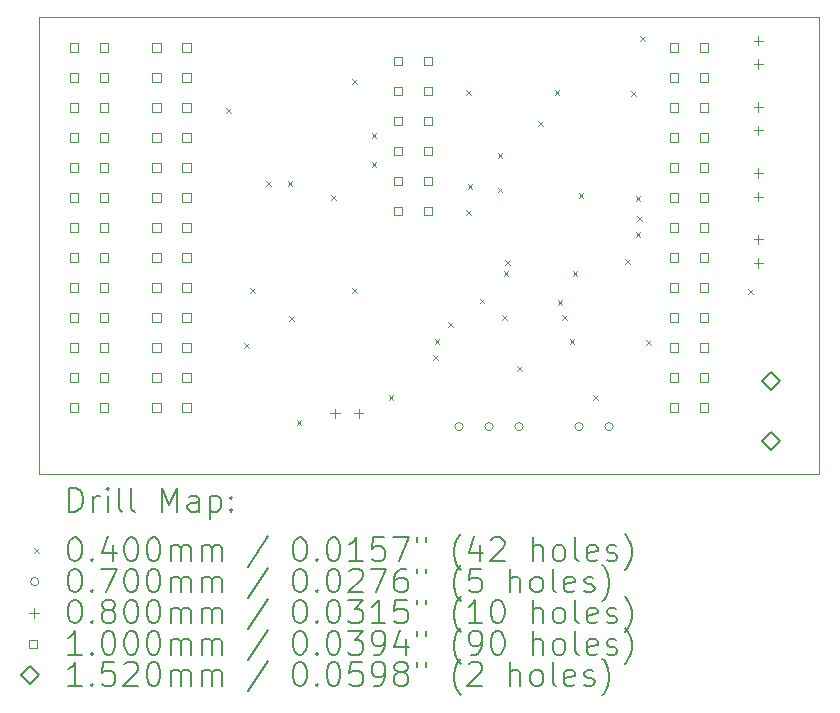
<source format=gbr>
%TF.GenerationSoftware,KiCad,Pcbnew,6.0.11-2627ca5db0~126~ubuntu20.04.1*%
%TF.CreationDate,2024-05-07T13:56:00-06:00*%
%TF.ProjectId,red-pitaya-pwm-shield,7265642d-7069-4746-9179-612d70776d2d,rev?*%
%TF.SameCoordinates,Original*%
%TF.FileFunction,Drillmap*%
%TF.FilePolarity,Positive*%
%FSLAX45Y45*%
G04 Gerber Fmt 4.5, Leading zero omitted, Abs format (unit mm)*
G04 Created by KiCad (PCBNEW 6.0.11-2627ca5db0~126~ubuntu20.04.1) date 2024-05-07 13:56:00*
%MOMM*%
%LPD*%
G01*
G04 APERTURE LIST*
%ADD10C,0.100000*%
%ADD11C,0.200000*%
%ADD12C,0.040000*%
%ADD13C,0.070000*%
%ADD14C,0.080000*%
%ADD15C,0.152000*%
G04 APERTURE END LIST*
D10*
X4572000Y-6223000D02*
X11176000Y-6223000D01*
X11176000Y-6223000D02*
X11176000Y-10091420D01*
X11176000Y-10091420D02*
X4572000Y-10091420D01*
X4572000Y-10091420D02*
X4572000Y-6223000D01*
D11*
D12*
X6152200Y-6990400D02*
X6192200Y-7030400D01*
X6192200Y-6990400D02*
X6152200Y-7030400D01*
X6304600Y-8984300D02*
X6344600Y-9024300D01*
X6344600Y-8984300D02*
X6304600Y-9024300D01*
X6355400Y-8514400D02*
X6395400Y-8554400D01*
X6395400Y-8514400D02*
X6355400Y-8554400D01*
X6489450Y-7612700D02*
X6529450Y-7652700D01*
X6529450Y-7612700D02*
X6489450Y-7652700D01*
X6674350Y-7612700D02*
X6714350Y-7652700D01*
X6714350Y-7612700D02*
X6674350Y-7652700D01*
X6685600Y-8755700D02*
X6725600Y-8795700D01*
X6725600Y-8755700D02*
X6685600Y-8795700D01*
X6749100Y-9632000D02*
X6789100Y-9672000D01*
X6789100Y-9632000D02*
X6749100Y-9672000D01*
X7041200Y-7727000D02*
X7081200Y-7767000D01*
X7081200Y-7727000D02*
X7041200Y-7767000D01*
X7219000Y-6749100D02*
X7259000Y-6789100D01*
X7259000Y-6749100D02*
X7219000Y-6789100D01*
X7219000Y-8514400D02*
X7259000Y-8554400D01*
X7259000Y-8514400D02*
X7219000Y-8554400D01*
X7384100Y-7206300D02*
X7424100Y-7246300D01*
X7424100Y-7206300D02*
X7384100Y-7246300D01*
X7384100Y-7447600D02*
X7424100Y-7487600D01*
X7424100Y-7447600D02*
X7384100Y-7487600D01*
X7528880Y-9421180D02*
X7568880Y-9461180D01*
X7568880Y-9421180D02*
X7528880Y-9461180D01*
X7904800Y-9085900D02*
X7944800Y-9125900D01*
X7944800Y-9085900D02*
X7904800Y-9125900D01*
X7917500Y-8946200D02*
X7957500Y-8986200D01*
X7957500Y-8946200D02*
X7917500Y-8986200D01*
X8031800Y-8806500D02*
X8071800Y-8846500D01*
X8071800Y-8806500D02*
X8031800Y-8846500D01*
X8184200Y-6838000D02*
X8224200Y-6878000D01*
X8224200Y-6838000D02*
X8184200Y-6878000D01*
X8184200Y-7854000D02*
X8224200Y-7894000D01*
X8224200Y-7854000D02*
X8184200Y-7894000D01*
X8196900Y-7638100D02*
X8236900Y-7678100D01*
X8236900Y-7638100D02*
X8196900Y-7678100D01*
X8298500Y-8604725D02*
X8338500Y-8644725D01*
X8338500Y-8604725D02*
X8298500Y-8644725D01*
X8450481Y-7663931D02*
X8490481Y-7703931D01*
X8490481Y-7663931D02*
X8450481Y-7703931D01*
X8450900Y-7371400D02*
X8490900Y-7411400D01*
X8490900Y-7371400D02*
X8450900Y-7411400D01*
X8489000Y-8743000D02*
X8529000Y-8783000D01*
X8529000Y-8743000D02*
X8489000Y-8783000D01*
X8501700Y-8374700D02*
X8541700Y-8414700D01*
X8541700Y-8374700D02*
X8501700Y-8414700D01*
X8515835Y-8275754D02*
X8555835Y-8315754D01*
X8555835Y-8275754D02*
X8515835Y-8315754D01*
X8616000Y-9174800D02*
X8656000Y-9214800D01*
X8656000Y-9174800D02*
X8616000Y-9214800D01*
X8793800Y-7104700D02*
X8833800Y-7144700D01*
X8833800Y-7104700D02*
X8793800Y-7144700D01*
X8933500Y-6838000D02*
X8973500Y-6878000D01*
X8973500Y-6838000D02*
X8933500Y-6878000D01*
X8958900Y-8620408D02*
X8998900Y-8660408D01*
X8998900Y-8620408D02*
X8958900Y-8660408D01*
X8997000Y-8743000D02*
X9037000Y-8783000D01*
X9037000Y-8743000D02*
X8997000Y-8783000D01*
X9060500Y-8946200D02*
X9100500Y-8986200D01*
X9100500Y-8946200D02*
X9060500Y-8986200D01*
X9085900Y-8374700D02*
X9125900Y-8414700D01*
X9125900Y-8374700D02*
X9085900Y-8414700D01*
X9136700Y-7714300D02*
X9176700Y-7754300D01*
X9176700Y-7714300D02*
X9136700Y-7754300D01*
X9261160Y-9423720D02*
X9301160Y-9463720D01*
X9301160Y-9423720D02*
X9261160Y-9463720D01*
X9530400Y-8273100D02*
X9570400Y-8313100D01*
X9570400Y-8273100D02*
X9530400Y-8313100D01*
X9581200Y-6850700D02*
X9621200Y-6890700D01*
X9621200Y-6850700D02*
X9581200Y-6890700D01*
X9619300Y-7739700D02*
X9659300Y-7779700D01*
X9659300Y-7739700D02*
X9619300Y-7779700D01*
X9619300Y-8044500D02*
X9659300Y-8084500D01*
X9659300Y-8044500D02*
X9619300Y-8084500D01*
X9632000Y-7904800D02*
X9672000Y-7944800D01*
X9672000Y-7904800D02*
X9632000Y-7944800D01*
X9657400Y-6380800D02*
X9697400Y-6420800D01*
X9697400Y-6380800D02*
X9657400Y-6420800D01*
X9708200Y-8958900D02*
X9748200Y-8998900D01*
X9748200Y-8958900D02*
X9708200Y-8998900D01*
X10574340Y-8524560D02*
X10614340Y-8564560D01*
X10614340Y-8524560D02*
X10574340Y-8564560D01*
D13*
X8159250Y-9688250D02*
G75*
G03*
X8159250Y-9688250I-35000J0D01*
G01*
X8413250Y-9688250D02*
G75*
G03*
X8413250Y-9688250I-35000J0D01*
G01*
X8667250Y-9688250D02*
G75*
G03*
X8667250Y-9688250I-35000J0D01*
G01*
X9175250Y-9688250D02*
G75*
G03*
X9175250Y-9688250I-35000J0D01*
G01*
X9429250Y-9688250D02*
G75*
G03*
X9429250Y-9688250I-35000J0D01*
G01*
D14*
X7073900Y-9535800D02*
X7073900Y-9615800D01*
X7033900Y-9575800D02*
X7113900Y-9575800D01*
X7273900Y-9535800D02*
X7273900Y-9615800D01*
X7233900Y-9575800D02*
X7313900Y-9575800D01*
X10657840Y-6379589D02*
X10657840Y-6459589D01*
X10617840Y-6419589D02*
X10697840Y-6419589D01*
X10657840Y-6579589D02*
X10657840Y-6659589D01*
X10617840Y-6619589D02*
X10697840Y-6619589D01*
X10657840Y-6940592D02*
X10657840Y-7020592D01*
X10617840Y-6980592D02*
X10697840Y-6980592D01*
X10657840Y-7140592D02*
X10657840Y-7220592D01*
X10617840Y-7180592D02*
X10697840Y-7180592D01*
X10657840Y-7501596D02*
X10657840Y-7581596D01*
X10617840Y-7541596D02*
X10697840Y-7541596D01*
X10657840Y-7701596D02*
X10657840Y-7781596D01*
X10617840Y-7741596D02*
X10697840Y-7741596D01*
X10657840Y-8062600D02*
X10657840Y-8142600D01*
X10617840Y-8102600D02*
X10697840Y-8102600D01*
X10657840Y-8262600D02*
X10657840Y-8342600D01*
X10617840Y-8302600D02*
X10697840Y-8302600D01*
D10*
X4899356Y-6512356D02*
X4899356Y-6441644D01*
X4828644Y-6441644D01*
X4828644Y-6512356D01*
X4899356Y-6512356D01*
X4899356Y-6766356D02*
X4899356Y-6695644D01*
X4828644Y-6695644D01*
X4828644Y-6766356D01*
X4899356Y-6766356D01*
X4899356Y-7020356D02*
X4899356Y-6949644D01*
X4828644Y-6949644D01*
X4828644Y-7020356D01*
X4899356Y-7020356D01*
X4899356Y-7274356D02*
X4899356Y-7203644D01*
X4828644Y-7203644D01*
X4828644Y-7274356D01*
X4899356Y-7274356D01*
X4899356Y-7528356D02*
X4899356Y-7457644D01*
X4828644Y-7457644D01*
X4828644Y-7528356D01*
X4899356Y-7528356D01*
X4899356Y-7782356D02*
X4899356Y-7711644D01*
X4828644Y-7711644D01*
X4828644Y-7782356D01*
X4899356Y-7782356D01*
X4899356Y-8036356D02*
X4899356Y-7965644D01*
X4828644Y-7965644D01*
X4828644Y-8036356D01*
X4899356Y-8036356D01*
X4899356Y-8290356D02*
X4899356Y-8219644D01*
X4828644Y-8219644D01*
X4828644Y-8290356D01*
X4899356Y-8290356D01*
X4899356Y-8544356D02*
X4899356Y-8473644D01*
X4828644Y-8473644D01*
X4828644Y-8544356D01*
X4899356Y-8544356D01*
X4899356Y-8798356D02*
X4899356Y-8727644D01*
X4828644Y-8727644D01*
X4828644Y-8798356D01*
X4899356Y-8798356D01*
X4899356Y-9052356D02*
X4899356Y-8981644D01*
X4828644Y-8981644D01*
X4828644Y-9052356D01*
X4899356Y-9052356D01*
X4899356Y-9306356D02*
X4899356Y-9235644D01*
X4828644Y-9235644D01*
X4828644Y-9306356D01*
X4899356Y-9306356D01*
X4899356Y-9560356D02*
X4899356Y-9489644D01*
X4828644Y-9489644D01*
X4828644Y-9560356D01*
X4899356Y-9560356D01*
X5153356Y-6512356D02*
X5153356Y-6441644D01*
X5082644Y-6441644D01*
X5082644Y-6512356D01*
X5153356Y-6512356D01*
X5153356Y-6766356D02*
X5153356Y-6695644D01*
X5082644Y-6695644D01*
X5082644Y-6766356D01*
X5153356Y-6766356D01*
X5153356Y-7020356D02*
X5153356Y-6949644D01*
X5082644Y-6949644D01*
X5082644Y-7020356D01*
X5153356Y-7020356D01*
X5153356Y-7274356D02*
X5153356Y-7203644D01*
X5082644Y-7203644D01*
X5082644Y-7274356D01*
X5153356Y-7274356D01*
X5153356Y-7528356D02*
X5153356Y-7457644D01*
X5082644Y-7457644D01*
X5082644Y-7528356D01*
X5153356Y-7528356D01*
X5153356Y-7782356D02*
X5153356Y-7711644D01*
X5082644Y-7711644D01*
X5082644Y-7782356D01*
X5153356Y-7782356D01*
X5153356Y-8036356D02*
X5153356Y-7965644D01*
X5082644Y-7965644D01*
X5082644Y-8036356D01*
X5153356Y-8036356D01*
X5153356Y-8290356D02*
X5153356Y-8219644D01*
X5082644Y-8219644D01*
X5082644Y-8290356D01*
X5153356Y-8290356D01*
X5153356Y-8544356D02*
X5153356Y-8473644D01*
X5082644Y-8473644D01*
X5082644Y-8544356D01*
X5153356Y-8544356D01*
X5153356Y-8798356D02*
X5153356Y-8727644D01*
X5082644Y-8727644D01*
X5082644Y-8798356D01*
X5153356Y-8798356D01*
X5153356Y-9052356D02*
X5153356Y-8981644D01*
X5082644Y-8981644D01*
X5082644Y-9052356D01*
X5153356Y-9052356D01*
X5153356Y-9306356D02*
X5153356Y-9235644D01*
X5082644Y-9235644D01*
X5082644Y-9306356D01*
X5153356Y-9306356D01*
X5153356Y-9560356D02*
X5153356Y-9489644D01*
X5082644Y-9489644D01*
X5082644Y-9560356D01*
X5153356Y-9560356D01*
X5597956Y-6512356D02*
X5597956Y-6441644D01*
X5527244Y-6441644D01*
X5527244Y-6512356D01*
X5597956Y-6512356D01*
X5597956Y-6766356D02*
X5597956Y-6695644D01*
X5527244Y-6695644D01*
X5527244Y-6766356D01*
X5597956Y-6766356D01*
X5597956Y-7020356D02*
X5597956Y-6949644D01*
X5527244Y-6949644D01*
X5527244Y-7020356D01*
X5597956Y-7020356D01*
X5597956Y-7274356D02*
X5597956Y-7203644D01*
X5527244Y-7203644D01*
X5527244Y-7274356D01*
X5597956Y-7274356D01*
X5597956Y-7528356D02*
X5597956Y-7457644D01*
X5527244Y-7457644D01*
X5527244Y-7528356D01*
X5597956Y-7528356D01*
X5597956Y-7782356D02*
X5597956Y-7711644D01*
X5527244Y-7711644D01*
X5527244Y-7782356D01*
X5597956Y-7782356D01*
X5597956Y-8036356D02*
X5597956Y-7965644D01*
X5527244Y-7965644D01*
X5527244Y-8036356D01*
X5597956Y-8036356D01*
X5597956Y-8290356D02*
X5597956Y-8219644D01*
X5527244Y-8219644D01*
X5527244Y-8290356D01*
X5597956Y-8290356D01*
X5597956Y-8544356D02*
X5597956Y-8473644D01*
X5527244Y-8473644D01*
X5527244Y-8544356D01*
X5597956Y-8544356D01*
X5597956Y-8798356D02*
X5597956Y-8727644D01*
X5527244Y-8727644D01*
X5527244Y-8798356D01*
X5597956Y-8798356D01*
X5597956Y-9052356D02*
X5597956Y-8981644D01*
X5527244Y-8981644D01*
X5527244Y-9052356D01*
X5597956Y-9052356D01*
X5597956Y-9306356D02*
X5597956Y-9235644D01*
X5527244Y-9235644D01*
X5527244Y-9306356D01*
X5597956Y-9306356D01*
X5597956Y-9560356D02*
X5597956Y-9489644D01*
X5527244Y-9489644D01*
X5527244Y-9560356D01*
X5597956Y-9560356D01*
X5851956Y-6512356D02*
X5851956Y-6441644D01*
X5781244Y-6441644D01*
X5781244Y-6512356D01*
X5851956Y-6512356D01*
X5851956Y-6766356D02*
X5851956Y-6695644D01*
X5781244Y-6695644D01*
X5781244Y-6766356D01*
X5851956Y-6766356D01*
X5851956Y-7020356D02*
X5851956Y-6949644D01*
X5781244Y-6949644D01*
X5781244Y-7020356D01*
X5851956Y-7020356D01*
X5851956Y-7274356D02*
X5851956Y-7203644D01*
X5781244Y-7203644D01*
X5781244Y-7274356D01*
X5851956Y-7274356D01*
X5851956Y-7528356D02*
X5851956Y-7457644D01*
X5781244Y-7457644D01*
X5781244Y-7528356D01*
X5851956Y-7528356D01*
X5851956Y-7782356D02*
X5851956Y-7711644D01*
X5781244Y-7711644D01*
X5781244Y-7782356D01*
X5851956Y-7782356D01*
X5851956Y-8036356D02*
X5851956Y-7965644D01*
X5781244Y-7965644D01*
X5781244Y-8036356D01*
X5851956Y-8036356D01*
X5851956Y-8290356D02*
X5851956Y-8219644D01*
X5781244Y-8219644D01*
X5781244Y-8290356D01*
X5851956Y-8290356D01*
X5851956Y-8544356D02*
X5851956Y-8473644D01*
X5781244Y-8473644D01*
X5781244Y-8544356D01*
X5851956Y-8544356D01*
X5851956Y-8798356D02*
X5851956Y-8727644D01*
X5781244Y-8727644D01*
X5781244Y-8798356D01*
X5851956Y-8798356D01*
X5851956Y-9052356D02*
X5851956Y-8981644D01*
X5781244Y-8981644D01*
X5781244Y-9052356D01*
X5851956Y-9052356D01*
X5851956Y-9306356D02*
X5851956Y-9235644D01*
X5781244Y-9235644D01*
X5781244Y-9306356D01*
X5851956Y-9306356D01*
X5851956Y-9560356D02*
X5851956Y-9489644D01*
X5781244Y-9489644D01*
X5781244Y-9560356D01*
X5851956Y-9560356D01*
X7644656Y-6629156D02*
X7644656Y-6558444D01*
X7573944Y-6558444D01*
X7573944Y-6629156D01*
X7644656Y-6629156D01*
X7644656Y-6883156D02*
X7644656Y-6812444D01*
X7573944Y-6812444D01*
X7573944Y-6883156D01*
X7644656Y-6883156D01*
X7644656Y-7137156D02*
X7644656Y-7066444D01*
X7573944Y-7066444D01*
X7573944Y-7137156D01*
X7644656Y-7137156D01*
X7644656Y-7391156D02*
X7644656Y-7320444D01*
X7573944Y-7320444D01*
X7573944Y-7391156D01*
X7644656Y-7391156D01*
X7644656Y-7645156D02*
X7644656Y-7574444D01*
X7573944Y-7574444D01*
X7573944Y-7645156D01*
X7644656Y-7645156D01*
X7644656Y-7899156D02*
X7644656Y-7828444D01*
X7573944Y-7828444D01*
X7573944Y-7899156D01*
X7644656Y-7899156D01*
X7898656Y-6629156D02*
X7898656Y-6558444D01*
X7827944Y-6558444D01*
X7827944Y-6629156D01*
X7898656Y-6629156D01*
X7898656Y-6883156D02*
X7898656Y-6812444D01*
X7827944Y-6812444D01*
X7827944Y-6883156D01*
X7898656Y-6883156D01*
X7898656Y-7137156D02*
X7898656Y-7066444D01*
X7827944Y-7066444D01*
X7827944Y-7137156D01*
X7898656Y-7137156D01*
X7898656Y-7391156D02*
X7898656Y-7320444D01*
X7827944Y-7320444D01*
X7827944Y-7391156D01*
X7898656Y-7391156D01*
X7898656Y-7645156D02*
X7898656Y-7574444D01*
X7827944Y-7574444D01*
X7827944Y-7645156D01*
X7898656Y-7645156D01*
X7898656Y-7899156D02*
X7898656Y-7828444D01*
X7827944Y-7828444D01*
X7827944Y-7899156D01*
X7898656Y-7899156D01*
X9979456Y-6512356D02*
X9979456Y-6441644D01*
X9908744Y-6441644D01*
X9908744Y-6512356D01*
X9979456Y-6512356D01*
X9979456Y-6766356D02*
X9979456Y-6695644D01*
X9908744Y-6695644D01*
X9908744Y-6766356D01*
X9979456Y-6766356D01*
X9979456Y-7020356D02*
X9979456Y-6949644D01*
X9908744Y-6949644D01*
X9908744Y-7020356D01*
X9979456Y-7020356D01*
X9979456Y-7274356D02*
X9979456Y-7203644D01*
X9908744Y-7203644D01*
X9908744Y-7274356D01*
X9979456Y-7274356D01*
X9979456Y-7528356D02*
X9979456Y-7457644D01*
X9908744Y-7457644D01*
X9908744Y-7528356D01*
X9979456Y-7528356D01*
X9979456Y-7782356D02*
X9979456Y-7711644D01*
X9908744Y-7711644D01*
X9908744Y-7782356D01*
X9979456Y-7782356D01*
X9979456Y-8036356D02*
X9979456Y-7965644D01*
X9908744Y-7965644D01*
X9908744Y-8036356D01*
X9979456Y-8036356D01*
X9979456Y-8290356D02*
X9979456Y-8219644D01*
X9908744Y-8219644D01*
X9908744Y-8290356D01*
X9979456Y-8290356D01*
X9979456Y-8544356D02*
X9979456Y-8473644D01*
X9908744Y-8473644D01*
X9908744Y-8544356D01*
X9979456Y-8544356D01*
X9979456Y-8798356D02*
X9979456Y-8727644D01*
X9908744Y-8727644D01*
X9908744Y-8798356D01*
X9979456Y-8798356D01*
X9979456Y-9052356D02*
X9979456Y-8981644D01*
X9908744Y-8981644D01*
X9908744Y-9052356D01*
X9979456Y-9052356D01*
X9979456Y-9306356D02*
X9979456Y-9235644D01*
X9908744Y-9235644D01*
X9908744Y-9306356D01*
X9979456Y-9306356D01*
X9979456Y-9560356D02*
X9979456Y-9489644D01*
X9908744Y-9489644D01*
X9908744Y-9560356D01*
X9979456Y-9560356D01*
X10233456Y-6512356D02*
X10233456Y-6441644D01*
X10162744Y-6441644D01*
X10162744Y-6512356D01*
X10233456Y-6512356D01*
X10233456Y-6766356D02*
X10233456Y-6695644D01*
X10162744Y-6695644D01*
X10162744Y-6766356D01*
X10233456Y-6766356D01*
X10233456Y-7020356D02*
X10233456Y-6949644D01*
X10162744Y-6949644D01*
X10162744Y-7020356D01*
X10233456Y-7020356D01*
X10233456Y-7274356D02*
X10233456Y-7203644D01*
X10162744Y-7203644D01*
X10162744Y-7274356D01*
X10233456Y-7274356D01*
X10233456Y-7528356D02*
X10233456Y-7457644D01*
X10162744Y-7457644D01*
X10162744Y-7528356D01*
X10233456Y-7528356D01*
X10233456Y-7782356D02*
X10233456Y-7711644D01*
X10162744Y-7711644D01*
X10162744Y-7782356D01*
X10233456Y-7782356D01*
X10233456Y-8036356D02*
X10233456Y-7965644D01*
X10162744Y-7965644D01*
X10162744Y-8036356D01*
X10233456Y-8036356D01*
X10233456Y-8290356D02*
X10233456Y-8219644D01*
X10162744Y-8219644D01*
X10162744Y-8290356D01*
X10233456Y-8290356D01*
X10233456Y-8544356D02*
X10233456Y-8473644D01*
X10162744Y-8473644D01*
X10162744Y-8544356D01*
X10233456Y-8544356D01*
X10233456Y-8798356D02*
X10233456Y-8727644D01*
X10162744Y-8727644D01*
X10162744Y-8798356D01*
X10233456Y-8798356D01*
X10233456Y-9052356D02*
X10233456Y-8981644D01*
X10162744Y-8981644D01*
X10162744Y-9052356D01*
X10233456Y-9052356D01*
X10233456Y-9306356D02*
X10233456Y-9235644D01*
X10162744Y-9235644D01*
X10162744Y-9306356D01*
X10233456Y-9306356D01*
X10233456Y-9560356D02*
X10233456Y-9489644D01*
X10162744Y-9489644D01*
X10162744Y-9560356D01*
X10233456Y-9560356D01*
D15*
X10764520Y-9374940D02*
X10840520Y-9298940D01*
X10764520Y-9222940D01*
X10688520Y-9298940D01*
X10764520Y-9374940D01*
X10764520Y-9882940D02*
X10840520Y-9806940D01*
X10764520Y-9730940D01*
X10688520Y-9806940D01*
X10764520Y-9882940D01*
D11*
X4824619Y-10406896D02*
X4824619Y-10206896D01*
X4872238Y-10206896D01*
X4900810Y-10216420D01*
X4919857Y-10235468D01*
X4929381Y-10254515D01*
X4938905Y-10292610D01*
X4938905Y-10321182D01*
X4929381Y-10359277D01*
X4919857Y-10378325D01*
X4900810Y-10397372D01*
X4872238Y-10406896D01*
X4824619Y-10406896D01*
X5024619Y-10406896D02*
X5024619Y-10273563D01*
X5024619Y-10311658D02*
X5034143Y-10292610D01*
X5043667Y-10283087D01*
X5062714Y-10273563D01*
X5081762Y-10273563D01*
X5148429Y-10406896D02*
X5148429Y-10273563D01*
X5148429Y-10206896D02*
X5138905Y-10216420D01*
X5148429Y-10225944D01*
X5157952Y-10216420D01*
X5148429Y-10206896D01*
X5148429Y-10225944D01*
X5272238Y-10406896D02*
X5253190Y-10397372D01*
X5243667Y-10378325D01*
X5243667Y-10206896D01*
X5377000Y-10406896D02*
X5357952Y-10397372D01*
X5348429Y-10378325D01*
X5348429Y-10206896D01*
X5605571Y-10406896D02*
X5605571Y-10206896D01*
X5672238Y-10349753D01*
X5738905Y-10206896D01*
X5738905Y-10406896D01*
X5919857Y-10406896D02*
X5919857Y-10302134D01*
X5910333Y-10283087D01*
X5891286Y-10273563D01*
X5853190Y-10273563D01*
X5834143Y-10283087D01*
X5919857Y-10397372D02*
X5900809Y-10406896D01*
X5853190Y-10406896D01*
X5834143Y-10397372D01*
X5824619Y-10378325D01*
X5824619Y-10359277D01*
X5834143Y-10340230D01*
X5853190Y-10330706D01*
X5900809Y-10330706D01*
X5919857Y-10321182D01*
X6015095Y-10273563D02*
X6015095Y-10473563D01*
X6015095Y-10283087D02*
X6034143Y-10273563D01*
X6072238Y-10273563D01*
X6091286Y-10283087D01*
X6100809Y-10292610D01*
X6110333Y-10311658D01*
X6110333Y-10368801D01*
X6100809Y-10387849D01*
X6091286Y-10397372D01*
X6072238Y-10406896D01*
X6034143Y-10406896D01*
X6015095Y-10397372D01*
X6196048Y-10387849D02*
X6205571Y-10397372D01*
X6196048Y-10406896D01*
X6186524Y-10397372D01*
X6196048Y-10387849D01*
X6196048Y-10406896D01*
X6196048Y-10283087D02*
X6205571Y-10292610D01*
X6196048Y-10302134D01*
X6186524Y-10292610D01*
X6196048Y-10283087D01*
X6196048Y-10302134D01*
D12*
X4527000Y-10716420D02*
X4567000Y-10756420D01*
X4567000Y-10716420D02*
X4527000Y-10756420D01*
D11*
X4862714Y-10626896D02*
X4881762Y-10626896D01*
X4900810Y-10636420D01*
X4910333Y-10645944D01*
X4919857Y-10664991D01*
X4929381Y-10703087D01*
X4929381Y-10750706D01*
X4919857Y-10788801D01*
X4910333Y-10807849D01*
X4900810Y-10817372D01*
X4881762Y-10826896D01*
X4862714Y-10826896D01*
X4843667Y-10817372D01*
X4834143Y-10807849D01*
X4824619Y-10788801D01*
X4815095Y-10750706D01*
X4815095Y-10703087D01*
X4824619Y-10664991D01*
X4834143Y-10645944D01*
X4843667Y-10636420D01*
X4862714Y-10626896D01*
X5015095Y-10807849D02*
X5024619Y-10817372D01*
X5015095Y-10826896D01*
X5005571Y-10817372D01*
X5015095Y-10807849D01*
X5015095Y-10826896D01*
X5196048Y-10693563D02*
X5196048Y-10826896D01*
X5148429Y-10617372D02*
X5100810Y-10760230D01*
X5224619Y-10760230D01*
X5338905Y-10626896D02*
X5357952Y-10626896D01*
X5377000Y-10636420D01*
X5386524Y-10645944D01*
X5396048Y-10664991D01*
X5405571Y-10703087D01*
X5405571Y-10750706D01*
X5396048Y-10788801D01*
X5386524Y-10807849D01*
X5377000Y-10817372D01*
X5357952Y-10826896D01*
X5338905Y-10826896D01*
X5319857Y-10817372D01*
X5310333Y-10807849D01*
X5300810Y-10788801D01*
X5291286Y-10750706D01*
X5291286Y-10703087D01*
X5300810Y-10664991D01*
X5310333Y-10645944D01*
X5319857Y-10636420D01*
X5338905Y-10626896D01*
X5529381Y-10626896D02*
X5548429Y-10626896D01*
X5567476Y-10636420D01*
X5577000Y-10645944D01*
X5586524Y-10664991D01*
X5596048Y-10703087D01*
X5596048Y-10750706D01*
X5586524Y-10788801D01*
X5577000Y-10807849D01*
X5567476Y-10817372D01*
X5548429Y-10826896D01*
X5529381Y-10826896D01*
X5510333Y-10817372D01*
X5500810Y-10807849D01*
X5491286Y-10788801D01*
X5481762Y-10750706D01*
X5481762Y-10703087D01*
X5491286Y-10664991D01*
X5500810Y-10645944D01*
X5510333Y-10636420D01*
X5529381Y-10626896D01*
X5681762Y-10826896D02*
X5681762Y-10693563D01*
X5681762Y-10712610D02*
X5691286Y-10703087D01*
X5710333Y-10693563D01*
X5738905Y-10693563D01*
X5757952Y-10703087D01*
X5767476Y-10722134D01*
X5767476Y-10826896D01*
X5767476Y-10722134D02*
X5777000Y-10703087D01*
X5796048Y-10693563D01*
X5824619Y-10693563D01*
X5843667Y-10703087D01*
X5853190Y-10722134D01*
X5853190Y-10826896D01*
X5948428Y-10826896D02*
X5948428Y-10693563D01*
X5948428Y-10712610D02*
X5957952Y-10703087D01*
X5977000Y-10693563D01*
X6005571Y-10693563D01*
X6024619Y-10703087D01*
X6034143Y-10722134D01*
X6034143Y-10826896D01*
X6034143Y-10722134D02*
X6043667Y-10703087D01*
X6062714Y-10693563D01*
X6091286Y-10693563D01*
X6110333Y-10703087D01*
X6119857Y-10722134D01*
X6119857Y-10826896D01*
X6510333Y-10617372D02*
X6338905Y-10874515D01*
X6767476Y-10626896D02*
X6786524Y-10626896D01*
X6805571Y-10636420D01*
X6815095Y-10645944D01*
X6824619Y-10664991D01*
X6834143Y-10703087D01*
X6834143Y-10750706D01*
X6824619Y-10788801D01*
X6815095Y-10807849D01*
X6805571Y-10817372D01*
X6786524Y-10826896D01*
X6767476Y-10826896D01*
X6748428Y-10817372D01*
X6738905Y-10807849D01*
X6729381Y-10788801D01*
X6719857Y-10750706D01*
X6719857Y-10703087D01*
X6729381Y-10664991D01*
X6738905Y-10645944D01*
X6748428Y-10636420D01*
X6767476Y-10626896D01*
X6919857Y-10807849D02*
X6929381Y-10817372D01*
X6919857Y-10826896D01*
X6910333Y-10817372D01*
X6919857Y-10807849D01*
X6919857Y-10826896D01*
X7053190Y-10626896D02*
X7072238Y-10626896D01*
X7091286Y-10636420D01*
X7100809Y-10645944D01*
X7110333Y-10664991D01*
X7119857Y-10703087D01*
X7119857Y-10750706D01*
X7110333Y-10788801D01*
X7100809Y-10807849D01*
X7091286Y-10817372D01*
X7072238Y-10826896D01*
X7053190Y-10826896D01*
X7034143Y-10817372D01*
X7024619Y-10807849D01*
X7015095Y-10788801D01*
X7005571Y-10750706D01*
X7005571Y-10703087D01*
X7015095Y-10664991D01*
X7024619Y-10645944D01*
X7034143Y-10636420D01*
X7053190Y-10626896D01*
X7310333Y-10826896D02*
X7196048Y-10826896D01*
X7253190Y-10826896D02*
X7253190Y-10626896D01*
X7234143Y-10655468D01*
X7215095Y-10674515D01*
X7196048Y-10684039D01*
X7491286Y-10626896D02*
X7396048Y-10626896D01*
X7386524Y-10722134D01*
X7396048Y-10712610D01*
X7415095Y-10703087D01*
X7462714Y-10703087D01*
X7481762Y-10712610D01*
X7491286Y-10722134D01*
X7500809Y-10741182D01*
X7500809Y-10788801D01*
X7491286Y-10807849D01*
X7481762Y-10817372D01*
X7462714Y-10826896D01*
X7415095Y-10826896D01*
X7396048Y-10817372D01*
X7386524Y-10807849D01*
X7567476Y-10626896D02*
X7700809Y-10626896D01*
X7615095Y-10826896D01*
X7767476Y-10626896D02*
X7767476Y-10664991D01*
X7843667Y-10626896D02*
X7843667Y-10664991D01*
X8138905Y-10903087D02*
X8129381Y-10893563D01*
X8110333Y-10864991D01*
X8100809Y-10845944D01*
X8091286Y-10817372D01*
X8081762Y-10769753D01*
X8081762Y-10731658D01*
X8091286Y-10684039D01*
X8100809Y-10655468D01*
X8110333Y-10636420D01*
X8129381Y-10607849D01*
X8138905Y-10598325D01*
X8300809Y-10693563D02*
X8300809Y-10826896D01*
X8253190Y-10617372D02*
X8205571Y-10760230D01*
X8329381Y-10760230D01*
X8396048Y-10645944D02*
X8405571Y-10636420D01*
X8424619Y-10626896D01*
X8472238Y-10626896D01*
X8491286Y-10636420D01*
X8500810Y-10645944D01*
X8510333Y-10664991D01*
X8510333Y-10684039D01*
X8500810Y-10712610D01*
X8386524Y-10826896D01*
X8510333Y-10826896D01*
X8748429Y-10826896D02*
X8748429Y-10626896D01*
X8834143Y-10826896D02*
X8834143Y-10722134D01*
X8824619Y-10703087D01*
X8805571Y-10693563D01*
X8777000Y-10693563D01*
X8757952Y-10703087D01*
X8748429Y-10712610D01*
X8957952Y-10826896D02*
X8938905Y-10817372D01*
X8929381Y-10807849D01*
X8919857Y-10788801D01*
X8919857Y-10731658D01*
X8929381Y-10712610D01*
X8938905Y-10703087D01*
X8957952Y-10693563D01*
X8986524Y-10693563D01*
X9005571Y-10703087D01*
X9015095Y-10712610D01*
X9024619Y-10731658D01*
X9024619Y-10788801D01*
X9015095Y-10807849D01*
X9005571Y-10817372D01*
X8986524Y-10826896D01*
X8957952Y-10826896D01*
X9138905Y-10826896D02*
X9119857Y-10817372D01*
X9110333Y-10798325D01*
X9110333Y-10626896D01*
X9291286Y-10817372D02*
X9272238Y-10826896D01*
X9234143Y-10826896D01*
X9215095Y-10817372D01*
X9205571Y-10798325D01*
X9205571Y-10722134D01*
X9215095Y-10703087D01*
X9234143Y-10693563D01*
X9272238Y-10693563D01*
X9291286Y-10703087D01*
X9300810Y-10722134D01*
X9300810Y-10741182D01*
X9205571Y-10760230D01*
X9377000Y-10817372D02*
X9396048Y-10826896D01*
X9434143Y-10826896D01*
X9453190Y-10817372D01*
X9462714Y-10798325D01*
X9462714Y-10788801D01*
X9453190Y-10769753D01*
X9434143Y-10760230D01*
X9405571Y-10760230D01*
X9386524Y-10750706D01*
X9377000Y-10731658D01*
X9377000Y-10722134D01*
X9386524Y-10703087D01*
X9405571Y-10693563D01*
X9434143Y-10693563D01*
X9453190Y-10703087D01*
X9529381Y-10903087D02*
X9538905Y-10893563D01*
X9557952Y-10864991D01*
X9567476Y-10845944D01*
X9577000Y-10817372D01*
X9586524Y-10769753D01*
X9586524Y-10731658D01*
X9577000Y-10684039D01*
X9567476Y-10655468D01*
X9557952Y-10636420D01*
X9538905Y-10607849D01*
X9529381Y-10598325D01*
D13*
X4567000Y-11000420D02*
G75*
G03*
X4567000Y-11000420I-35000J0D01*
G01*
D11*
X4862714Y-10890896D02*
X4881762Y-10890896D01*
X4900810Y-10900420D01*
X4910333Y-10909944D01*
X4919857Y-10928991D01*
X4929381Y-10967087D01*
X4929381Y-11014706D01*
X4919857Y-11052801D01*
X4910333Y-11071849D01*
X4900810Y-11081372D01*
X4881762Y-11090896D01*
X4862714Y-11090896D01*
X4843667Y-11081372D01*
X4834143Y-11071849D01*
X4824619Y-11052801D01*
X4815095Y-11014706D01*
X4815095Y-10967087D01*
X4824619Y-10928991D01*
X4834143Y-10909944D01*
X4843667Y-10900420D01*
X4862714Y-10890896D01*
X5015095Y-11071849D02*
X5024619Y-11081372D01*
X5015095Y-11090896D01*
X5005571Y-11081372D01*
X5015095Y-11071849D01*
X5015095Y-11090896D01*
X5091286Y-10890896D02*
X5224619Y-10890896D01*
X5138905Y-11090896D01*
X5338905Y-10890896D02*
X5357952Y-10890896D01*
X5377000Y-10900420D01*
X5386524Y-10909944D01*
X5396048Y-10928991D01*
X5405571Y-10967087D01*
X5405571Y-11014706D01*
X5396048Y-11052801D01*
X5386524Y-11071849D01*
X5377000Y-11081372D01*
X5357952Y-11090896D01*
X5338905Y-11090896D01*
X5319857Y-11081372D01*
X5310333Y-11071849D01*
X5300810Y-11052801D01*
X5291286Y-11014706D01*
X5291286Y-10967087D01*
X5300810Y-10928991D01*
X5310333Y-10909944D01*
X5319857Y-10900420D01*
X5338905Y-10890896D01*
X5529381Y-10890896D02*
X5548429Y-10890896D01*
X5567476Y-10900420D01*
X5577000Y-10909944D01*
X5586524Y-10928991D01*
X5596048Y-10967087D01*
X5596048Y-11014706D01*
X5586524Y-11052801D01*
X5577000Y-11071849D01*
X5567476Y-11081372D01*
X5548429Y-11090896D01*
X5529381Y-11090896D01*
X5510333Y-11081372D01*
X5500810Y-11071849D01*
X5491286Y-11052801D01*
X5481762Y-11014706D01*
X5481762Y-10967087D01*
X5491286Y-10928991D01*
X5500810Y-10909944D01*
X5510333Y-10900420D01*
X5529381Y-10890896D01*
X5681762Y-11090896D02*
X5681762Y-10957563D01*
X5681762Y-10976610D02*
X5691286Y-10967087D01*
X5710333Y-10957563D01*
X5738905Y-10957563D01*
X5757952Y-10967087D01*
X5767476Y-10986134D01*
X5767476Y-11090896D01*
X5767476Y-10986134D02*
X5777000Y-10967087D01*
X5796048Y-10957563D01*
X5824619Y-10957563D01*
X5843667Y-10967087D01*
X5853190Y-10986134D01*
X5853190Y-11090896D01*
X5948428Y-11090896D02*
X5948428Y-10957563D01*
X5948428Y-10976610D02*
X5957952Y-10967087D01*
X5977000Y-10957563D01*
X6005571Y-10957563D01*
X6024619Y-10967087D01*
X6034143Y-10986134D01*
X6034143Y-11090896D01*
X6034143Y-10986134D02*
X6043667Y-10967087D01*
X6062714Y-10957563D01*
X6091286Y-10957563D01*
X6110333Y-10967087D01*
X6119857Y-10986134D01*
X6119857Y-11090896D01*
X6510333Y-10881372D02*
X6338905Y-11138515D01*
X6767476Y-10890896D02*
X6786524Y-10890896D01*
X6805571Y-10900420D01*
X6815095Y-10909944D01*
X6824619Y-10928991D01*
X6834143Y-10967087D01*
X6834143Y-11014706D01*
X6824619Y-11052801D01*
X6815095Y-11071849D01*
X6805571Y-11081372D01*
X6786524Y-11090896D01*
X6767476Y-11090896D01*
X6748428Y-11081372D01*
X6738905Y-11071849D01*
X6729381Y-11052801D01*
X6719857Y-11014706D01*
X6719857Y-10967087D01*
X6729381Y-10928991D01*
X6738905Y-10909944D01*
X6748428Y-10900420D01*
X6767476Y-10890896D01*
X6919857Y-11071849D02*
X6929381Y-11081372D01*
X6919857Y-11090896D01*
X6910333Y-11081372D01*
X6919857Y-11071849D01*
X6919857Y-11090896D01*
X7053190Y-10890896D02*
X7072238Y-10890896D01*
X7091286Y-10900420D01*
X7100809Y-10909944D01*
X7110333Y-10928991D01*
X7119857Y-10967087D01*
X7119857Y-11014706D01*
X7110333Y-11052801D01*
X7100809Y-11071849D01*
X7091286Y-11081372D01*
X7072238Y-11090896D01*
X7053190Y-11090896D01*
X7034143Y-11081372D01*
X7024619Y-11071849D01*
X7015095Y-11052801D01*
X7005571Y-11014706D01*
X7005571Y-10967087D01*
X7015095Y-10928991D01*
X7024619Y-10909944D01*
X7034143Y-10900420D01*
X7053190Y-10890896D01*
X7196048Y-10909944D02*
X7205571Y-10900420D01*
X7224619Y-10890896D01*
X7272238Y-10890896D01*
X7291286Y-10900420D01*
X7300809Y-10909944D01*
X7310333Y-10928991D01*
X7310333Y-10948039D01*
X7300809Y-10976610D01*
X7186524Y-11090896D01*
X7310333Y-11090896D01*
X7377000Y-10890896D02*
X7510333Y-10890896D01*
X7424619Y-11090896D01*
X7672238Y-10890896D02*
X7634143Y-10890896D01*
X7615095Y-10900420D01*
X7605571Y-10909944D01*
X7586524Y-10938515D01*
X7577000Y-10976610D01*
X7577000Y-11052801D01*
X7586524Y-11071849D01*
X7596048Y-11081372D01*
X7615095Y-11090896D01*
X7653190Y-11090896D01*
X7672238Y-11081372D01*
X7681762Y-11071849D01*
X7691286Y-11052801D01*
X7691286Y-11005182D01*
X7681762Y-10986134D01*
X7672238Y-10976610D01*
X7653190Y-10967087D01*
X7615095Y-10967087D01*
X7596048Y-10976610D01*
X7586524Y-10986134D01*
X7577000Y-11005182D01*
X7767476Y-10890896D02*
X7767476Y-10928991D01*
X7843667Y-10890896D02*
X7843667Y-10928991D01*
X8138905Y-11167087D02*
X8129381Y-11157563D01*
X8110333Y-11128991D01*
X8100809Y-11109944D01*
X8091286Y-11081372D01*
X8081762Y-11033753D01*
X8081762Y-10995658D01*
X8091286Y-10948039D01*
X8100809Y-10919468D01*
X8110333Y-10900420D01*
X8129381Y-10871849D01*
X8138905Y-10862325D01*
X8310333Y-10890896D02*
X8215095Y-10890896D01*
X8205571Y-10986134D01*
X8215095Y-10976610D01*
X8234143Y-10967087D01*
X8281762Y-10967087D01*
X8300809Y-10976610D01*
X8310333Y-10986134D01*
X8319857Y-11005182D01*
X8319857Y-11052801D01*
X8310333Y-11071849D01*
X8300809Y-11081372D01*
X8281762Y-11090896D01*
X8234143Y-11090896D01*
X8215095Y-11081372D01*
X8205571Y-11071849D01*
X8557952Y-11090896D02*
X8557952Y-10890896D01*
X8643667Y-11090896D02*
X8643667Y-10986134D01*
X8634143Y-10967087D01*
X8615095Y-10957563D01*
X8586524Y-10957563D01*
X8567476Y-10967087D01*
X8557952Y-10976610D01*
X8767476Y-11090896D02*
X8748429Y-11081372D01*
X8738905Y-11071849D01*
X8729381Y-11052801D01*
X8729381Y-10995658D01*
X8738905Y-10976610D01*
X8748429Y-10967087D01*
X8767476Y-10957563D01*
X8796048Y-10957563D01*
X8815095Y-10967087D01*
X8824619Y-10976610D01*
X8834143Y-10995658D01*
X8834143Y-11052801D01*
X8824619Y-11071849D01*
X8815095Y-11081372D01*
X8796048Y-11090896D01*
X8767476Y-11090896D01*
X8948429Y-11090896D02*
X8929381Y-11081372D01*
X8919857Y-11062325D01*
X8919857Y-10890896D01*
X9100810Y-11081372D02*
X9081762Y-11090896D01*
X9043667Y-11090896D01*
X9024619Y-11081372D01*
X9015095Y-11062325D01*
X9015095Y-10986134D01*
X9024619Y-10967087D01*
X9043667Y-10957563D01*
X9081762Y-10957563D01*
X9100810Y-10967087D01*
X9110333Y-10986134D01*
X9110333Y-11005182D01*
X9015095Y-11024230D01*
X9186524Y-11081372D02*
X9205571Y-11090896D01*
X9243667Y-11090896D01*
X9262714Y-11081372D01*
X9272238Y-11062325D01*
X9272238Y-11052801D01*
X9262714Y-11033753D01*
X9243667Y-11024230D01*
X9215095Y-11024230D01*
X9196048Y-11014706D01*
X9186524Y-10995658D01*
X9186524Y-10986134D01*
X9196048Y-10967087D01*
X9215095Y-10957563D01*
X9243667Y-10957563D01*
X9262714Y-10967087D01*
X9338905Y-11167087D02*
X9348429Y-11157563D01*
X9367476Y-11128991D01*
X9377000Y-11109944D01*
X9386524Y-11081372D01*
X9396048Y-11033753D01*
X9396048Y-10995658D01*
X9386524Y-10948039D01*
X9377000Y-10919468D01*
X9367476Y-10900420D01*
X9348429Y-10871849D01*
X9338905Y-10862325D01*
D14*
X4527000Y-11224420D02*
X4527000Y-11304420D01*
X4487000Y-11264420D02*
X4567000Y-11264420D01*
D11*
X4862714Y-11154896D02*
X4881762Y-11154896D01*
X4900810Y-11164420D01*
X4910333Y-11173944D01*
X4919857Y-11192991D01*
X4929381Y-11231087D01*
X4929381Y-11278706D01*
X4919857Y-11316801D01*
X4910333Y-11335848D01*
X4900810Y-11345372D01*
X4881762Y-11354896D01*
X4862714Y-11354896D01*
X4843667Y-11345372D01*
X4834143Y-11335848D01*
X4824619Y-11316801D01*
X4815095Y-11278706D01*
X4815095Y-11231087D01*
X4824619Y-11192991D01*
X4834143Y-11173944D01*
X4843667Y-11164420D01*
X4862714Y-11154896D01*
X5015095Y-11335848D02*
X5024619Y-11345372D01*
X5015095Y-11354896D01*
X5005571Y-11345372D01*
X5015095Y-11335848D01*
X5015095Y-11354896D01*
X5138905Y-11240610D02*
X5119857Y-11231087D01*
X5110333Y-11221563D01*
X5100810Y-11202515D01*
X5100810Y-11192991D01*
X5110333Y-11173944D01*
X5119857Y-11164420D01*
X5138905Y-11154896D01*
X5177000Y-11154896D01*
X5196048Y-11164420D01*
X5205571Y-11173944D01*
X5215095Y-11192991D01*
X5215095Y-11202515D01*
X5205571Y-11221563D01*
X5196048Y-11231087D01*
X5177000Y-11240610D01*
X5138905Y-11240610D01*
X5119857Y-11250134D01*
X5110333Y-11259658D01*
X5100810Y-11278706D01*
X5100810Y-11316801D01*
X5110333Y-11335848D01*
X5119857Y-11345372D01*
X5138905Y-11354896D01*
X5177000Y-11354896D01*
X5196048Y-11345372D01*
X5205571Y-11335848D01*
X5215095Y-11316801D01*
X5215095Y-11278706D01*
X5205571Y-11259658D01*
X5196048Y-11250134D01*
X5177000Y-11240610D01*
X5338905Y-11154896D02*
X5357952Y-11154896D01*
X5377000Y-11164420D01*
X5386524Y-11173944D01*
X5396048Y-11192991D01*
X5405571Y-11231087D01*
X5405571Y-11278706D01*
X5396048Y-11316801D01*
X5386524Y-11335848D01*
X5377000Y-11345372D01*
X5357952Y-11354896D01*
X5338905Y-11354896D01*
X5319857Y-11345372D01*
X5310333Y-11335848D01*
X5300810Y-11316801D01*
X5291286Y-11278706D01*
X5291286Y-11231087D01*
X5300810Y-11192991D01*
X5310333Y-11173944D01*
X5319857Y-11164420D01*
X5338905Y-11154896D01*
X5529381Y-11154896D02*
X5548429Y-11154896D01*
X5567476Y-11164420D01*
X5577000Y-11173944D01*
X5586524Y-11192991D01*
X5596048Y-11231087D01*
X5596048Y-11278706D01*
X5586524Y-11316801D01*
X5577000Y-11335848D01*
X5567476Y-11345372D01*
X5548429Y-11354896D01*
X5529381Y-11354896D01*
X5510333Y-11345372D01*
X5500810Y-11335848D01*
X5491286Y-11316801D01*
X5481762Y-11278706D01*
X5481762Y-11231087D01*
X5491286Y-11192991D01*
X5500810Y-11173944D01*
X5510333Y-11164420D01*
X5529381Y-11154896D01*
X5681762Y-11354896D02*
X5681762Y-11221563D01*
X5681762Y-11240610D02*
X5691286Y-11231087D01*
X5710333Y-11221563D01*
X5738905Y-11221563D01*
X5757952Y-11231087D01*
X5767476Y-11250134D01*
X5767476Y-11354896D01*
X5767476Y-11250134D02*
X5777000Y-11231087D01*
X5796048Y-11221563D01*
X5824619Y-11221563D01*
X5843667Y-11231087D01*
X5853190Y-11250134D01*
X5853190Y-11354896D01*
X5948428Y-11354896D02*
X5948428Y-11221563D01*
X5948428Y-11240610D02*
X5957952Y-11231087D01*
X5977000Y-11221563D01*
X6005571Y-11221563D01*
X6024619Y-11231087D01*
X6034143Y-11250134D01*
X6034143Y-11354896D01*
X6034143Y-11250134D02*
X6043667Y-11231087D01*
X6062714Y-11221563D01*
X6091286Y-11221563D01*
X6110333Y-11231087D01*
X6119857Y-11250134D01*
X6119857Y-11354896D01*
X6510333Y-11145372D02*
X6338905Y-11402515D01*
X6767476Y-11154896D02*
X6786524Y-11154896D01*
X6805571Y-11164420D01*
X6815095Y-11173944D01*
X6824619Y-11192991D01*
X6834143Y-11231087D01*
X6834143Y-11278706D01*
X6824619Y-11316801D01*
X6815095Y-11335848D01*
X6805571Y-11345372D01*
X6786524Y-11354896D01*
X6767476Y-11354896D01*
X6748428Y-11345372D01*
X6738905Y-11335848D01*
X6729381Y-11316801D01*
X6719857Y-11278706D01*
X6719857Y-11231087D01*
X6729381Y-11192991D01*
X6738905Y-11173944D01*
X6748428Y-11164420D01*
X6767476Y-11154896D01*
X6919857Y-11335848D02*
X6929381Y-11345372D01*
X6919857Y-11354896D01*
X6910333Y-11345372D01*
X6919857Y-11335848D01*
X6919857Y-11354896D01*
X7053190Y-11154896D02*
X7072238Y-11154896D01*
X7091286Y-11164420D01*
X7100809Y-11173944D01*
X7110333Y-11192991D01*
X7119857Y-11231087D01*
X7119857Y-11278706D01*
X7110333Y-11316801D01*
X7100809Y-11335848D01*
X7091286Y-11345372D01*
X7072238Y-11354896D01*
X7053190Y-11354896D01*
X7034143Y-11345372D01*
X7024619Y-11335848D01*
X7015095Y-11316801D01*
X7005571Y-11278706D01*
X7005571Y-11231087D01*
X7015095Y-11192991D01*
X7024619Y-11173944D01*
X7034143Y-11164420D01*
X7053190Y-11154896D01*
X7186524Y-11154896D02*
X7310333Y-11154896D01*
X7243667Y-11231087D01*
X7272238Y-11231087D01*
X7291286Y-11240610D01*
X7300809Y-11250134D01*
X7310333Y-11269182D01*
X7310333Y-11316801D01*
X7300809Y-11335848D01*
X7291286Y-11345372D01*
X7272238Y-11354896D01*
X7215095Y-11354896D01*
X7196048Y-11345372D01*
X7186524Y-11335848D01*
X7500809Y-11354896D02*
X7386524Y-11354896D01*
X7443667Y-11354896D02*
X7443667Y-11154896D01*
X7424619Y-11183468D01*
X7405571Y-11202515D01*
X7386524Y-11212039D01*
X7681762Y-11154896D02*
X7586524Y-11154896D01*
X7577000Y-11250134D01*
X7586524Y-11240610D01*
X7605571Y-11231087D01*
X7653190Y-11231087D01*
X7672238Y-11240610D01*
X7681762Y-11250134D01*
X7691286Y-11269182D01*
X7691286Y-11316801D01*
X7681762Y-11335848D01*
X7672238Y-11345372D01*
X7653190Y-11354896D01*
X7605571Y-11354896D01*
X7586524Y-11345372D01*
X7577000Y-11335848D01*
X7767476Y-11154896D02*
X7767476Y-11192991D01*
X7843667Y-11154896D02*
X7843667Y-11192991D01*
X8138905Y-11431087D02*
X8129381Y-11421563D01*
X8110333Y-11392991D01*
X8100809Y-11373944D01*
X8091286Y-11345372D01*
X8081762Y-11297753D01*
X8081762Y-11259658D01*
X8091286Y-11212039D01*
X8100809Y-11183468D01*
X8110333Y-11164420D01*
X8129381Y-11135849D01*
X8138905Y-11126325D01*
X8319857Y-11354896D02*
X8205571Y-11354896D01*
X8262714Y-11354896D02*
X8262714Y-11154896D01*
X8243667Y-11183468D01*
X8224619Y-11202515D01*
X8205571Y-11212039D01*
X8443667Y-11154896D02*
X8462714Y-11154896D01*
X8481762Y-11164420D01*
X8491286Y-11173944D01*
X8500810Y-11192991D01*
X8510333Y-11231087D01*
X8510333Y-11278706D01*
X8500810Y-11316801D01*
X8491286Y-11335848D01*
X8481762Y-11345372D01*
X8462714Y-11354896D01*
X8443667Y-11354896D01*
X8424619Y-11345372D01*
X8415095Y-11335848D01*
X8405571Y-11316801D01*
X8396048Y-11278706D01*
X8396048Y-11231087D01*
X8405571Y-11192991D01*
X8415095Y-11173944D01*
X8424619Y-11164420D01*
X8443667Y-11154896D01*
X8748429Y-11354896D02*
X8748429Y-11154896D01*
X8834143Y-11354896D02*
X8834143Y-11250134D01*
X8824619Y-11231087D01*
X8805571Y-11221563D01*
X8777000Y-11221563D01*
X8757952Y-11231087D01*
X8748429Y-11240610D01*
X8957952Y-11354896D02*
X8938905Y-11345372D01*
X8929381Y-11335848D01*
X8919857Y-11316801D01*
X8919857Y-11259658D01*
X8929381Y-11240610D01*
X8938905Y-11231087D01*
X8957952Y-11221563D01*
X8986524Y-11221563D01*
X9005571Y-11231087D01*
X9015095Y-11240610D01*
X9024619Y-11259658D01*
X9024619Y-11316801D01*
X9015095Y-11335848D01*
X9005571Y-11345372D01*
X8986524Y-11354896D01*
X8957952Y-11354896D01*
X9138905Y-11354896D02*
X9119857Y-11345372D01*
X9110333Y-11326325D01*
X9110333Y-11154896D01*
X9291286Y-11345372D02*
X9272238Y-11354896D01*
X9234143Y-11354896D01*
X9215095Y-11345372D01*
X9205571Y-11326325D01*
X9205571Y-11250134D01*
X9215095Y-11231087D01*
X9234143Y-11221563D01*
X9272238Y-11221563D01*
X9291286Y-11231087D01*
X9300810Y-11250134D01*
X9300810Y-11269182D01*
X9205571Y-11288229D01*
X9377000Y-11345372D02*
X9396048Y-11354896D01*
X9434143Y-11354896D01*
X9453190Y-11345372D01*
X9462714Y-11326325D01*
X9462714Y-11316801D01*
X9453190Y-11297753D01*
X9434143Y-11288229D01*
X9405571Y-11288229D01*
X9386524Y-11278706D01*
X9377000Y-11259658D01*
X9377000Y-11250134D01*
X9386524Y-11231087D01*
X9405571Y-11221563D01*
X9434143Y-11221563D01*
X9453190Y-11231087D01*
X9529381Y-11431087D02*
X9538905Y-11421563D01*
X9557952Y-11392991D01*
X9567476Y-11373944D01*
X9577000Y-11345372D01*
X9586524Y-11297753D01*
X9586524Y-11259658D01*
X9577000Y-11212039D01*
X9567476Y-11183468D01*
X9557952Y-11164420D01*
X9538905Y-11135849D01*
X9529381Y-11126325D01*
D10*
X4552356Y-11563776D02*
X4552356Y-11493064D01*
X4481644Y-11493064D01*
X4481644Y-11563776D01*
X4552356Y-11563776D01*
D11*
X4929381Y-11618896D02*
X4815095Y-11618896D01*
X4872238Y-11618896D02*
X4872238Y-11418896D01*
X4853190Y-11447468D01*
X4834143Y-11466515D01*
X4815095Y-11476039D01*
X5015095Y-11599848D02*
X5024619Y-11609372D01*
X5015095Y-11618896D01*
X5005571Y-11609372D01*
X5015095Y-11599848D01*
X5015095Y-11618896D01*
X5148429Y-11418896D02*
X5167476Y-11418896D01*
X5186524Y-11428420D01*
X5196048Y-11437944D01*
X5205571Y-11456991D01*
X5215095Y-11495087D01*
X5215095Y-11542706D01*
X5205571Y-11580801D01*
X5196048Y-11599848D01*
X5186524Y-11609372D01*
X5167476Y-11618896D01*
X5148429Y-11618896D01*
X5129381Y-11609372D01*
X5119857Y-11599848D01*
X5110333Y-11580801D01*
X5100810Y-11542706D01*
X5100810Y-11495087D01*
X5110333Y-11456991D01*
X5119857Y-11437944D01*
X5129381Y-11428420D01*
X5148429Y-11418896D01*
X5338905Y-11418896D02*
X5357952Y-11418896D01*
X5377000Y-11428420D01*
X5386524Y-11437944D01*
X5396048Y-11456991D01*
X5405571Y-11495087D01*
X5405571Y-11542706D01*
X5396048Y-11580801D01*
X5386524Y-11599848D01*
X5377000Y-11609372D01*
X5357952Y-11618896D01*
X5338905Y-11618896D01*
X5319857Y-11609372D01*
X5310333Y-11599848D01*
X5300810Y-11580801D01*
X5291286Y-11542706D01*
X5291286Y-11495087D01*
X5300810Y-11456991D01*
X5310333Y-11437944D01*
X5319857Y-11428420D01*
X5338905Y-11418896D01*
X5529381Y-11418896D02*
X5548429Y-11418896D01*
X5567476Y-11428420D01*
X5577000Y-11437944D01*
X5586524Y-11456991D01*
X5596048Y-11495087D01*
X5596048Y-11542706D01*
X5586524Y-11580801D01*
X5577000Y-11599848D01*
X5567476Y-11609372D01*
X5548429Y-11618896D01*
X5529381Y-11618896D01*
X5510333Y-11609372D01*
X5500810Y-11599848D01*
X5491286Y-11580801D01*
X5481762Y-11542706D01*
X5481762Y-11495087D01*
X5491286Y-11456991D01*
X5500810Y-11437944D01*
X5510333Y-11428420D01*
X5529381Y-11418896D01*
X5681762Y-11618896D02*
X5681762Y-11485563D01*
X5681762Y-11504610D02*
X5691286Y-11495087D01*
X5710333Y-11485563D01*
X5738905Y-11485563D01*
X5757952Y-11495087D01*
X5767476Y-11514134D01*
X5767476Y-11618896D01*
X5767476Y-11514134D02*
X5777000Y-11495087D01*
X5796048Y-11485563D01*
X5824619Y-11485563D01*
X5843667Y-11495087D01*
X5853190Y-11514134D01*
X5853190Y-11618896D01*
X5948428Y-11618896D02*
X5948428Y-11485563D01*
X5948428Y-11504610D02*
X5957952Y-11495087D01*
X5977000Y-11485563D01*
X6005571Y-11485563D01*
X6024619Y-11495087D01*
X6034143Y-11514134D01*
X6034143Y-11618896D01*
X6034143Y-11514134D02*
X6043667Y-11495087D01*
X6062714Y-11485563D01*
X6091286Y-11485563D01*
X6110333Y-11495087D01*
X6119857Y-11514134D01*
X6119857Y-11618896D01*
X6510333Y-11409372D02*
X6338905Y-11666515D01*
X6767476Y-11418896D02*
X6786524Y-11418896D01*
X6805571Y-11428420D01*
X6815095Y-11437944D01*
X6824619Y-11456991D01*
X6834143Y-11495087D01*
X6834143Y-11542706D01*
X6824619Y-11580801D01*
X6815095Y-11599848D01*
X6805571Y-11609372D01*
X6786524Y-11618896D01*
X6767476Y-11618896D01*
X6748428Y-11609372D01*
X6738905Y-11599848D01*
X6729381Y-11580801D01*
X6719857Y-11542706D01*
X6719857Y-11495087D01*
X6729381Y-11456991D01*
X6738905Y-11437944D01*
X6748428Y-11428420D01*
X6767476Y-11418896D01*
X6919857Y-11599848D02*
X6929381Y-11609372D01*
X6919857Y-11618896D01*
X6910333Y-11609372D01*
X6919857Y-11599848D01*
X6919857Y-11618896D01*
X7053190Y-11418896D02*
X7072238Y-11418896D01*
X7091286Y-11428420D01*
X7100809Y-11437944D01*
X7110333Y-11456991D01*
X7119857Y-11495087D01*
X7119857Y-11542706D01*
X7110333Y-11580801D01*
X7100809Y-11599848D01*
X7091286Y-11609372D01*
X7072238Y-11618896D01*
X7053190Y-11618896D01*
X7034143Y-11609372D01*
X7024619Y-11599848D01*
X7015095Y-11580801D01*
X7005571Y-11542706D01*
X7005571Y-11495087D01*
X7015095Y-11456991D01*
X7024619Y-11437944D01*
X7034143Y-11428420D01*
X7053190Y-11418896D01*
X7186524Y-11418896D02*
X7310333Y-11418896D01*
X7243667Y-11495087D01*
X7272238Y-11495087D01*
X7291286Y-11504610D01*
X7300809Y-11514134D01*
X7310333Y-11533182D01*
X7310333Y-11580801D01*
X7300809Y-11599848D01*
X7291286Y-11609372D01*
X7272238Y-11618896D01*
X7215095Y-11618896D01*
X7196048Y-11609372D01*
X7186524Y-11599848D01*
X7405571Y-11618896D02*
X7443667Y-11618896D01*
X7462714Y-11609372D01*
X7472238Y-11599848D01*
X7491286Y-11571277D01*
X7500809Y-11533182D01*
X7500809Y-11456991D01*
X7491286Y-11437944D01*
X7481762Y-11428420D01*
X7462714Y-11418896D01*
X7424619Y-11418896D01*
X7405571Y-11428420D01*
X7396048Y-11437944D01*
X7386524Y-11456991D01*
X7386524Y-11504610D01*
X7396048Y-11523658D01*
X7405571Y-11533182D01*
X7424619Y-11542706D01*
X7462714Y-11542706D01*
X7481762Y-11533182D01*
X7491286Y-11523658D01*
X7500809Y-11504610D01*
X7672238Y-11485563D02*
X7672238Y-11618896D01*
X7624619Y-11409372D02*
X7577000Y-11552229D01*
X7700809Y-11552229D01*
X7767476Y-11418896D02*
X7767476Y-11456991D01*
X7843667Y-11418896D02*
X7843667Y-11456991D01*
X8138905Y-11695087D02*
X8129381Y-11685563D01*
X8110333Y-11656991D01*
X8100809Y-11637944D01*
X8091286Y-11609372D01*
X8081762Y-11561753D01*
X8081762Y-11523658D01*
X8091286Y-11476039D01*
X8100809Y-11447468D01*
X8110333Y-11428420D01*
X8129381Y-11399848D01*
X8138905Y-11390325D01*
X8224619Y-11618896D02*
X8262714Y-11618896D01*
X8281762Y-11609372D01*
X8291286Y-11599848D01*
X8310333Y-11571277D01*
X8319857Y-11533182D01*
X8319857Y-11456991D01*
X8310333Y-11437944D01*
X8300809Y-11428420D01*
X8281762Y-11418896D01*
X8243667Y-11418896D01*
X8224619Y-11428420D01*
X8215095Y-11437944D01*
X8205571Y-11456991D01*
X8205571Y-11504610D01*
X8215095Y-11523658D01*
X8224619Y-11533182D01*
X8243667Y-11542706D01*
X8281762Y-11542706D01*
X8300809Y-11533182D01*
X8310333Y-11523658D01*
X8319857Y-11504610D01*
X8443667Y-11418896D02*
X8462714Y-11418896D01*
X8481762Y-11428420D01*
X8491286Y-11437944D01*
X8500810Y-11456991D01*
X8510333Y-11495087D01*
X8510333Y-11542706D01*
X8500810Y-11580801D01*
X8491286Y-11599848D01*
X8481762Y-11609372D01*
X8462714Y-11618896D01*
X8443667Y-11618896D01*
X8424619Y-11609372D01*
X8415095Y-11599848D01*
X8405571Y-11580801D01*
X8396048Y-11542706D01*
X8396048Y-11495087D01*
X8405571Y-11456991D01*
X8415095Y-11437944D01*
X8424619Y-11428420D01*
X8443667Y-11418896D01*
X8748429Y-11618896D02*
X8748429Y-11418896D01*
X8834143Y-11618896D02*
X8834143Y-11514134D01*
X8824619Y-11495087D01*
X8805571Y-11485563D01*
X8777000Y-11485563D01*
X8757952Y-11495087D01*
X8748429Y-11504610D01*
X8957952Y-11618896D02*
X8938905Y-11609372D01*
X8929381Y-11599848D01*
X8919857Y-11580801D01*
X8919857Y-11523658D01*
X8929381Y-11504610D01*
X8938905Y-11495087D01*
X8957952Y-11485563D01*
X8986524Y-11485563D01*
X9005571Y-11495087D01*
X9015095Y-11504610D01*
X9024619Y-11523658D01*
X9024619Y-11580801D01*
X9015095Y-11599848D01*
X9005571Y-11609372D01*
X8986524Y-11618896D01*
X8957952Y-11618896D01*
X9138905Y-11618896D02*
X9119857Y-11609372D01*
X9110333Y-11590325D01*
X9110333Y-11418896D01*
X9291286Y-11609372D02*
X9272238Y-11618896D01*
X9234143Y-11618896D01*
X9215095Y-11609372D01*
X9205571Y-11590325D01*
X9205571Y-11514134D01*
X9215095Y-11495087D01*
X9234143Y-11485563D01*
X9272238Y-11485563D01*
X9291286Y-11495087D01*
X9300810Y-11514134D01*
X9300810Y-11533182D01*
X9205571Y-11552229D01*
X9377000Y-11609372D02*
X9396048Y-11618896D01*
X9434143Y-11618896D01*
X9453190Y-11609372D01*
X9462714Y-11590325D01*
X9462714Y-11580801D01*
X9453190Y-11561753D01*
X9434143Y-11552229D01*
X9405571Y-11552229D01*
X9386524Y-11542706D01*
X9377000Y-11523658D01*
X9377000Y-11514134D01*
X9386524Y-11495087D01*
X9405571Y-11485563D01*
X9434143Y-11485563D01*
X9453190Y-11495087D01*
X9529381Y-11695087D02*
X9538905Y-11685563D01*
X9557952Y-11656991D01*
X9567476Y-11637944D01*
X9577000Y-11609372D01*
X9586524Y-11561753D01*
X9586524Y-11523658D01*
X9577000Y-11476039D01*
X9567476Y-11447468D01*
X9557952Y-11428420D01*
X9538905Y-11399848D01*
X9529381Y-11390325D01*
D15*
X4491000Y-11868420D02*
X4567000Y-11792420D01*
X4491000Y-11716420D01*
X4415000Y-11792420D01*
X4491000Y-11868420D01*
D11*
X4929381Y-11882896D02*
X4815095Y-11882896D01*
X4872238Y-11882896D02*
X4872238Y-11682896D01*
X4853190Y-11711468D01*
X4834143Y-11730515D01*
X4815095Y-11740039D01*
X5015095Y-11863848D02*
X5024619Y-11873372D01*
X5015095Y-11882896D01*
X5005571Y-11873372D01*
X5015095Y-11863848D01*
X5015095Y-11882896D01*
X5205571Y-11682896D02*
X5110333Y-11682896D01*
X5100810Y-11778134D01*
X5110333Y-11768610D01*
X5129381Y-11759087D01*
X5177000Y-11759087D01*
X5196048Y-11768610D01*
X5205571Y-11778134D01*
X5215095Y-11797182D01*
X5215095Y-11844801D01*
X5205571Y-11863848D01*
X5196048Y-11873372D01*
X5177000Y-11882896D01*
X5129381Y-11882896D01*
X5110333Y-11873372D01*
X5100810Y-11863848D01*
X5291286Y-11701944D02*
X5300810Y-11692420D01*
X5319857Y-11682896D01*
X5367476Y-11682896D01*
X5386524Y-11692420D01*
X5396048Y-11701944D01*
X5405571Y-11720991D01*
X5405571Y-11740039D01*
X5396048Y-11768610D01*
X5281762Y-11882896D01*
X5405571Y-11882896D01*
X5529381Y-11682896D02*
X5548429Y-11682896D01*
X5567476Y-11692420D01*
X5577000Y-11701944D01*
X5586524Y-11720991D01*
X5596048Y-11759087D01*
X5596048Y-11806706D01*
X5586524Y-11844801D01*
X5577000Y-11863848D01*
X5567476Y-11873372D01*
X5548429Y-11882896D01*
X5529381Y-11882896D01*
X5510333Y-11873372D01*
X5500810Y-11863848D01*
X5491286Y-11844801D01*
X5481762Y-11806706D01*
X5481762Y-11759087D01*
X5491286Y-11720991D01*
X5500810Y-11701944D01*
X5510333Y-11692420D01*
X5529381Y-11682896D01*
X5681762Y-11882896D02*
X5681762Y-11749563D01*
X5681762Y-11768610D02*
X5691286Y-11759087D01*
X5710333Y-11749563D01*
X5738905Y-11749563D01*
X5757952Y-11759087D01*
X5767476Y-11778134D01*
X5767476Y-11882896D01*
X5767476Y-11778134D02*
X5777000Y-11759087D01*
X5796048Y-11749563D01*
X5824619Y-11749563D01*
X5843667Y-11759087D01*
X5853190Y-11778134D01*
X5853190Y-11882896D01*
X5948428Y-11882896D02*
X5948428Y-11749563D01*
X5948428Y-11768610D02*
X5957952Y-11759087D01*
X5977000Y-11749563D01*
X6005571Y-11749563D01*
X6024619Y-11759087D01*
X6034143Y-11778134D01*
X6034143Y-11882896D01*
X6034143Y-11778134D02*
X6043667Y-11759087D01*
X6062714Y-11749563D01*
X6091286Y-11749563D01*
X6110333Y-11759087D01*
X6119857Y-11778134D01*
X6119857Y-11882896D01*
X6510333Y-11673372D02*
X6338905Y-11930515D01*
X6767476Y-11682896D02*
X6786524Y-11682896D01*
X6805571Y-11692420D01*
X6815095Y-11701944D01*
X6824619Y-11720991D01*
X6834143Y-11759087D01*
X6834143Y-11806706D01*
X6824619Y-11844801D01*
X6815095Y-11863848D01*
X6805571Y-11873372D01*
X6786524Y-11882896D01*
X6767476Y-11882896D01*
X6748428Y-11873372D01*
X6738905Y-11863848D01*
X6729381Y-11844801D01*
X6719857Y-11806706D01*
X6719857Y-11759087D01*
X6729381Y-11720991D01*
X6738905Y-11701944D01*
X6748428Y-11692420D01*
X6767476Y-11682896D01*
X6919857Y-11863848D02*
X6929381Y-11873372D01*
X6919857Y-11882896D01*
X6910333Y-11873372D01*
X6919857Y-11863848D01*
X6919857Y-11882896D01*
X7053190Y-11682896D02*
X7072238Y-11682896D01*
X7091286Y-11692420D01*
X7100809Y-11701944D01*
X7110333Y-11720991D01*
X7119857Y-11759087D01*
X7119857Y-11806706D01*
X7110333Y-11844801D01*
X7100809Y-11863848D01*
X7091286Y-11873372D01*
X7072238Y-11882896D01*
X7053190Y-11882896D01*
X7034143Y-11873372D01*
X7024619Y-11863848D01*
X7015095Y-11844801D01*
X7005571Y-11806706D01*
X7005571Y-11759087D01*
X7015095Y-11720991D01*
X7024619Y-11701944D01*
X7034143Y-11692420D01*
X7053190Y-11682896D01*
X7300809Y-11682896D02*
X7205571Y-11682896D01*
X7196048Y-11778134D01*
X7205571Y-11768610D01*
X7224619Y-11759087D01*
X7272238Y-11759087D01*
X7291286Y-11768610D01*
X7300809Y-11778134D01*
X7310333Y-11797182D01*
X7310333Y-11844801D01*
X7300809Y-11863848D01*
X7291286Y-11873372D01*
X7272238Y-11882896D01*
X7224619Y-11882896D01*
X7205571Y-11873372D01*
X7196048Y-11863848D01*
X7405571Y-11882896D02*
X7443667Y-11882896D01*
X7462714Y-11873372D01*
X7472238Y-11863848D01*
X7491286Y-11835277D01*
X7500809Y-11797182D01*
X7500809Y-11720991D01*
X7491286Y-11701944D01*
X7481762Y-11692420D01*
X7462714Y-11682896D01*
X7424619Y-11682896D01*
X7405571Y-11692420D01*
X7396048Y-11701944D01*
X7386524Y-11720991D01*
X7386524Y-11768610D01*
X7396048Y-11787658D01*
X7405571Y-11797182D01*
X7424619Y-11806706D01*
X7462714Y-11806706D01*
X7481762Y-11797182D01*
X7491286Y-11787658D01*
X7500809Y-11768610D01*
X7615095Y-11768610D02*
X7596048Y-11759087D01*
X7586524Y-11749563D01*
X7577000Y-11730515D01*
X7577000Y-11720991D01*
X7586524Y-11701944D01*
X7596048Y-11692420D01*
X7615095Y-11682896D01*
X7653190Y-11682896D01*
X7672238Y-11692420D01*
X7681762Y-11701944D01*
X7691286Y-11720991D01*
X7691286Y-11730515D01*
X7681762Y-11749563D01*
X7672238Y-11759087D01*
X7653190Y-11768610D01*
X7615095Y-11768610D01*
X7596048Y-11778134D01*
X7586524Y-11787658D01*
X7577000Y-11806706D01*
X7577000Y-11844801D01*
X7586524Y-11863848D01*
X7596048Y-11873372D01*
X7615095Y-11882896D01*
X7653190Y-11882896D01*
X7672238Y-11873372D01*
X7681762Y-11863848D01*
X7691286Y-11844801D01*
X7691286Y-11806706D01*
X7681762Y-11787658D01*
X7672238Y-11778134D01*
X7653190Y-11768610D01*
X7767476Y-11682896D02*
X7767476Y-11720991D01*
X7843667Y-11682896D02*
X7843667Y-11720991D01*
X8138905Y-11959087D02*
X8129381Y-11949563D01*
X8110333Y-11920991D01*
X8100809Y-11901944D01*
X8091286Y-11873372D01*
X8081762Y-11825753D01*
X8081762Y-11787658D01*
X8091286Y-11740039D01*
X8100809Y-11711468D01*
X8110333Y-11692420D01*
X8129381Y-11663848D01*
X8138905Y-11654325D01*
X8205571Y-11701944D02*
X8215095Y-11692420D01*
X8234143Y-11682896D01*
X8281762Y-11682896D01*
X8300809Y-11692420D01*
X8310333Y-11701944D01*
X8319857Y-11720991D01*
X8319857Y-11740039D01*
X8310333Y-11768610D01*
X8196048Y-11882896D01*
X8319857Y-11882896D01*
X8557952Y-11882896D02*
X8557952Y-11682896D01*
X8643667Y-11882896D02*
X8643667Y-11778134D01*
X8634143Y-11759087D01*
X8615095Y-11749563D01*
X8586524Y-11749563D01*
X8567476Y-11759087D01*
X8557952Y-11768610D01*
X8767476Y-11882896D02*
X8748429Y-11873372D01*
X8738905Y-11863848D01*
X8729381Y-11844801D01*
X8729381Y-11787658D01*
X8738905Y-11768610D01*
X8748429Y-11759087D01*
X8767476Y-11749563D01*
X8796048Y-11749563D01*
X8815095Y-11759087D01*
X8824619Y-11768610D01*
X8834143Y-11787658D01*
X8834143Y-11844801D01*
X8824619Y-11863848D01*
X8815095Y-11873372D01*
X8796048Y-11882896D01*
X8767476Y-11882896D01*
X8948429Y-11882896D02*
X8929381Y-11873372D01*
X8919857Y-11854325D01*
X8919857Y-11682896D01*
X9100810Y-11873372D02*
X9081762Y-11882896D01*
X9043667Y-11882896D01*
X9024619Y-11873372D01*
X9015095Y-11854325D01*
X9015095Y-11778134D01*
X9024619Y-11759087D01*
X9043667Y-11749563D01*
X9081762Y-11749563D01*
X9100810Y-11759087D01*
X9110333Y-11778134D01*
X9110333Y-11797182D01*
X9015095Y-11816229D01*
X9186524Y-11873372D02*
X9205571Y-11882896D01*
X9243667Y-11882896D01*
X9262714Y-11873372D01*
X9272238Y-11854325D01*
X9272238Y-11844801D01*
X9262714Y-11825753D01*
X9243667Y-11816229D01*
X9215095Y-11816229D01*
X9196048Y-11806706D01*
X9186524Y-11787658D01*
X9186524Y-11778134D01*
X9196048Y-11759087D01*
X9215095Y-11749563D01*
X9243667Y-11749563D01*
X9262714Y-11759087D01*
X9338905Y-11959087D02*
X9348429Y-11949563D01*
X9367476Y-11920991D01*
X9377000Y-11901944D01*
X9386524Y-11873372D01*
X9396048Y-11825753D01*
X9396048Y-11787658D01*
X9386524Y-11740039D01*
X9377000Y-11711468D01*
X9367476Y-11692420D01*
X9348429Y-11663848D01*
X9338905Y-11654325D01*
M02*

</source>
